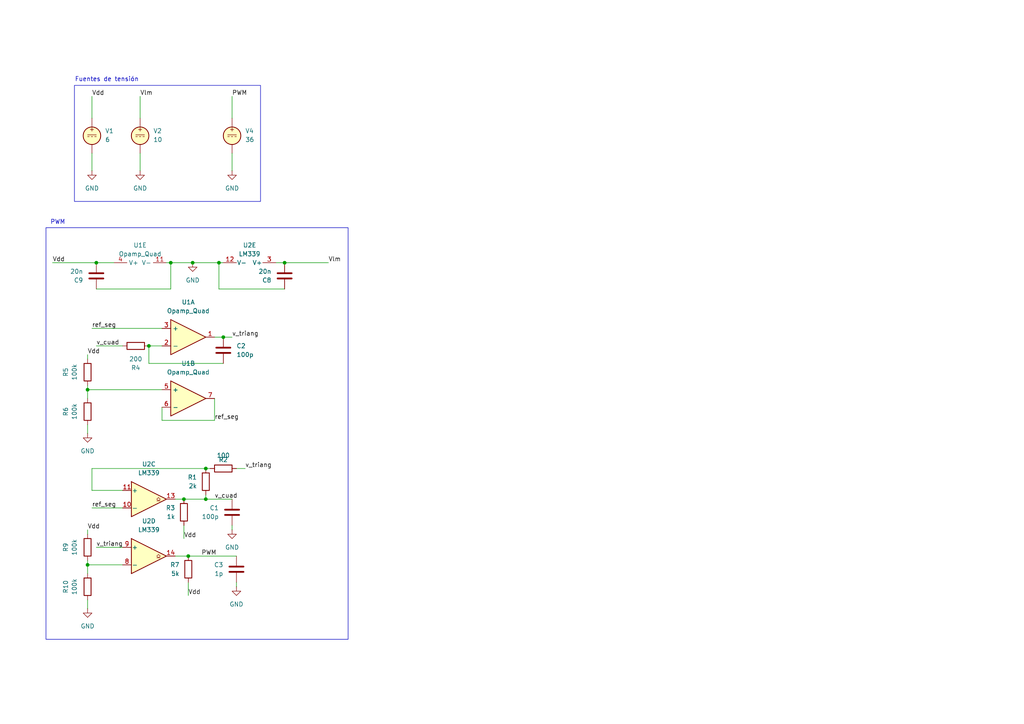
<source format=kicad_sch>
(kicad_sch (version 20231120) (generator "eeschema") (generator_version "8.0")
  (paper "A4")
  (lib_symbols
    (symbol "Comparator:LM339" (pin_names (offset 0.127))
      (property "Reference" "U" (at 0 5.08 0))
      (property "Value" "LM339" (at 0 -5.08 0))
      (symbol "LM339_1_1"
        (polyline (pts (xy -5.08 5.08) (xy 5.08 0) (xy -5.08 -5.08) (xy -5.08 5.08)) (stroke (width 0.254)) (fill (type background)))
        (polyline (pts (xy 3.302 -0.508) (xy 2.794 -0.508) (xy 3.302 0) (xy 2.794 0.508) (xy 2.286 0) (xy 2.794 -0.508) (xy 2.286 -0.508)) (stroke (width 0.127)))
        (pin open_collector line (at 7.62 0 180) (length 2.54) (name "~") (number "2"))
        (pin input line (at -7.62 -2.54 0) (length 2.54) (name "-") (number "4"))
        (pin input line (at -7.62 2.54 0) (length 2.54) (name "+") (number "5"))
      )
      (symbol "LM339_2_1"
        (polyline (pts (xy -5.08 5.08) (xy 5.08 0) (xy -5.08 -5.08) (xy -5.08 5.08)) (stroke (width 0.254)) (fill (type background)))
        (polyline (pts (xy 3.302 -0.508) (xy 2.794 -0.508) (xy 3.302 0) (xy 2.794 0.508) (xy 2.286 0) (xy 2.794 -0.508) (xy 2.286 -0.508)) (stroke (width 0.127)))
        (pin open_collector line (at 7.62 0 180) (length 2.54) (name "~") (number "1"))
        (pin input line (at -7.62 -2.54 0) (length 2.54) (name "-") (number "6"))
        (pin input line (at -7.62 2.54 0) (length 2.54) (name "+") (number "7"))
      )
      (symbol "LM339_3_1"
        (polyline (pts (xy -5.08 5.08) (xy 5.08 0) (xy -5.08 -5.08) (xy -5.08 5.08)) (stroke (width 0.254)) (fill (type background)))
        (polyline (pts (xy 3.302 -0.508) (xy 2.794 -0.508) (xy 3.302 0) (xy 2.794 0.508) (xy 2.286 0) (xy 2.794 -0.508) (xy 2.286 -0.508)) (stroke (width 0.127)))
        (pin input line (at -7.62 -2.54 0) (length 2.54) (name "-") (number "10"))
        (pin input line (at -7.62 2.54 0) (length 2.54) (name "+") (number "11"))
        (pin open_collector line (at 7.62 0 180) (length 2.54) (name "~") (number "13"))
      )
      (symbol "LM339_4_1"
        (polyline (pts (xy -5.08 5.08) (xy 5.08 0) (xy -5.08 -5.08) (xy -5.08 5.08)) (stroke (width 0.254)) (fill (type background)))
        (polyline (pts (xy 3.302 -0.508) (xy 2.794 -0.508) (xy 3.302 0) (xy 2.794 0.508) (xy 2.286 0) (xy 2.794 -0.508) (xy 2.286 -0.508)) (stroke (width 0.127)))
        (pin open_collector line (at 7.62 0 180) (length 2.54) (name "~") (number "14"))
        (pin input line (at -7.62 -2.54 0) (length 2.54) (name "-") (number "8"))
        (pin input line (at -7.62 2.54 0) (length 2.54) (name "+") (number "9"))
      )
      (symbol "LM339_5_1"
        (pin power_in line (at -2.54 -7.62 90) (length 3.81) (name "V-") (number "12"))
        (pin power_in line (at -2.54 7.62 270) (length 3.81) (name "V+") (number "3"))
      )
    )
    (symbol "Device:C" (pin_numbers hide) (pin_names (offset 0.254))
      (property "Reference" "C" (at 0.635 2.54 0))
      (property "Value" "C" (at 0.635 -2.54 0))
      (symbol "C_0_1"
        (polyline (pts (xy -2.032 -0.762) (xy 2.032 -0.762)) (stroke (width 0.508)))
        (polyline (pts (xy -2.032 0.762) (xy 2.032 0.762)) (stroke (width 0.508)))
      )
      (symbol "C_1_1"
        (pin passive line (at 0 3.81 270) (length 2.794) (name "~") (number "1"))
        (pin passive line (at 0 -3.81 90) (length 2.794) (name "~") (number "2"))
      )
    )
    (symbol "Device:Opamp_Quad"
      (property "Reference" "U" (at 0 5.08 0))
      (property "Value" "Opamp_Quad" (at 0 -5.08 0))
      (symbol "Opamp_Quad_1_1"
        (polyline (pts (xy -5.08 5.08) (xy 5.08 0) (xy -5.08 -5.08) (xy -5.08 5.08)) (stroke (width 0.254)) (fill (type background)))
        (pin output line (at 7.62 0 180) (length 2.54) (name "~") (number "1"))
        (pin input line (at -7.62 -2.54 0) (length 2.54) (name "-") (number "2"))
        (pin input line (at -7.62 2.54 0) (length 2.54) (name "+") (number "3"))
      )
      (symbol "Opamp_Quad_2_1"
        (polyline (pts (xy -5.08 5.08) (xy 5.08 0) (xy -5.08 -5.08) (xy -5.08 5.08)) (stroke (width 0.254)) (fill (type background)))
        (pin input line (at -7.62 2.54 0) (length 2.54) (name "+") (number "5"))
        (pin input line (at -7.62 -2.54 0) (length 2.54) (name "-") (number "6"))
        (pin output line (at 7.62 0 180) (length 2.54) (name "~") (number "7"))
      )
      (symbol "Opamp_Quad_3_1"
        (polyline (pts (xy -5.08 5.08) (xy 5.08 0) (xy -5.08 -5.08) (xy -5.08 5.08)) (stroke (width 0.254)) (fill (type background)))
        (pin input line (at -7.62 2.54 0) (length 2.54) (name "+") (number "10"))
        (pin output line (at 7.62 0 180) (length 2.54) (name "~") (number "8"))
        (pin input line (at -7.62 -2.54 0) (length 2.54) (name "-") (number "9"))
      )
      (symbol "Opamp_Quad_4_1"
        (polyline (pts (xy -5.08 5.08) (xy 5.08 0) (xy -5.08 -5.08) (xy -5.08 5.08)) (stroke (width 0.254)) (fill (type background)))
        (pin input line (at -7.62 2.54 0) (length 2.54) (name "+") (number "12"))
        (pin input line (at -7.62 -2.54 0) (length 2.54) (name "-") (number "13"))
        (pin output line (at 7.62 0 180) (length 2.54) (name "~") (number "14"))
      )
      (symbol "Opamp_Quad_5_1"
        (pin power_in line (at -2.54 -7.62 90) (length 3.81) (name "V-") (number "11"))
        (pin power_in line (at -2.54 7.62 270) (length 3.81) (name "V+") (number "4"))
      )
    )
    (symbol "Device:R" (pin_numbers hide) (pin_names (offset 0))
      (property "Reference" "R" (at 2.032 0 90))
      (property "Value" "R" (at 0 0 90))
      (symbol "R_0_1"
        (rectangle (start -1.016 -2.54) (end 1.016 2.54) (stroke (width 0.254)))
      )
      (symbol "R_1_1"
        (pin passive line (at 0 3.81 270) (length 1.27) (name "~") (number "1"))
        (pin passive line (at 0 -3.81 90) (length 1.27) (name "~") (number "2"))
      )
    )
    (symbol "Simulation_SPICE:VDC" (pin_numbers hide) (pin_names (offset 0.0254))
      (property "Reference" "V" (at 2.54 2.54 0))
      (property "Value" "1" (at 2.54 0 0))
      (symbol "VDC_0_0"
        (polyline (pts (xy -1.27 0.254) (xy 1.27 0.254)))
        (polyline (pts (xy -0.762 -0.254) (xy -1.27 -0.254)))
        (polyline (pts (xy 0.254 -0.254) (xy -0.254 -0.254)))
        (polyline (pts (xy 1.27 -0.254) (xy 0.762 -0.254)))
        (text "+" (at 0 1.905 0) (effects (font (size 1.27 1.27))))
      )
      (symbol "VDC_0_1"
        (circle (center 0 0) (radius 2.54) (stroke (width 0.254)) (fill (type background)))
      )
      (symbol "VDC_1_1"
        (pin passive line (at 0 5.08 270) (length 2.54) (name "~") (number "1"))
        (pin passive line (at 0 -5.08 90) (length 2.54) (name "~") (number "2"))
      )
    )
    (symbol "power:GND" (power) (pin_numbers hide) (pin_names (offset 0) hide)
      (property "Value" "GND" (at 0 -3.81 0))
      (symbol "GND_0_1"
        (polyline (pts (xy 0 0) (xy 0 -1.27) (xy 1.27 -1.27) (xy 0 -2.54) (xy -1.27 -1.27) (xy 0 -1.27)))
      )
      (symbol "GND_1_1"
        (pin power_in line (at 0 0 270) (length 0) (name "~") (number "1"))
      )
    )
  )
  (junction (at 25.4 113.03))
  (junction (at 82.55 76.2))
  (junction (at 59.69 144.78))
  (junction (at 53.34 144.78))
  (junction (at 54.61 161.29))
  (junction (at 64.77 97.79))
  (junction (at 59.69 135.89))
  (junction (at 55.88 76.2))
  (junction (at 25.4 163.83))
  (junction (at 43.18 100.33))
  (junction (at 27.94 76.2))
  (junction (at 63.5 76.2))
  (junction (at 49.53 76.2))
  (no_connect (at 133.35 -29.21))
  (no_connect (at 158.75 -29.21))
  (no_connect (at 158.75 -34.29))
  (no_connect (at 118.11 -15.24))
  (no_connect (at 173.99 -31.75))
  (no_connect (at 158.75 -12.7))
  (no_connect (at 118.11 -10.16))
  (no_connect (at 173.99 -15.24))
  (no_connect (at 118.11 -26.67))
  (no_connect (at 158.75 -17.78))
  (no_connect (at 133.35 -12.7))
  (no_connect (at 118.11 -31.75))
  (wire (pts (xy 40.64 27.94) (xy 40.64 34.29)))
  (wire (pts (xy 26.67 44.45) (xy 26.67 49.53)))
  (wire (pts (xy 67.31 27.94) (xy 67.31 34.29)))
  (wire (pts (xy 25.4 111.76) (xy 25.4 113.03)))
  (wire (pts (xy 67.31 152.4) (xy 67.31 153.67)))
  (wire (pts (xy 46.99 121.92) (xy 62.23 121.92)))
  (wire (pts (xy 54.61 161.29) (xy 68.58 161.29)))
  (wire (pts (xy 27.94 100.33) (xy 35.56 100.33)))
  (wire (pts (xy 25.4 162.56) (xy 25.4 163.83)))
  (wire (pts (xy 40.64 44.45) (xy 40.64 49.53)))
  (wire (pts (xy 49.53 76.2) (xy 49.53 83.82)))
  (wire (pts (xy 27.94 76.2) (xy 33.02 76.2)))
  (wire (pts (xy 53.34 144.78) (xy 59.69 144.78)))
  (wire (pts (xy 59.69 143.51) (xy 59.69 144.78)))
  (wire (pts (xy 49.53 76.2) (xy 55.88 76.2)))
  (wire (pts (xy 25.4 163.83) (xy 35.56 163.83)))
  (wire (pts (xy 25.4 102.87) (xy 25.4 104.14)))
  (wire (pts (xy 82.55 76.2) (xy 95.25 76.2)))
  (wire (pts (xy 15.24 76.2) (xy 27.94 76.2)))
  (wire (pts (xy 63.5 83.82) (xy 63.5 76.2)))
  (wire (pts (xy 55.88 76.2) (xy 63.5 76.2)))
  (wire (pts (xy 43.18 100.33) (xy 46.99 100.33)))
  (wire (pts (xy 43.18 105.41) (xy 43.18 100.33)))
  (wire (pts (xy 68.58 168.91) (xy 68.58 170.18)))
  (wire (pts (xy 26.67 142.24) (xy 26.67 135.89)))
  (wire (pts (xy 25.4 113.03) (xy 46.99 113.03)))
  (wire (pts (xy 64.77 97.79) (xy 67.31 97.79)))
  (wire (pts (xy 26.67 142.24) (xy 35.56 142.24)))
  (wire (pts (xy 63.5 76.2) (xy 64.77 76.2)))
  (wire (pts (xy 26.67 95.25) (xy 46.99 95.25)))
  (wire (pts (xy 27.94 83.82) (xy 49.53 83.82)))
  (wire (pts (xy 80.01 76.2) (xy 82.55 76.2)))
  (wire (pts (xy 25.4 123.19) (xy 25.4 125.73)))
  (wire (pts (xy 53.34 152.4) (xy 53.34 156.21)))
  (wire (pts (xy 82.55 83.82) (xy 63.5 83.82)))
  (wire (pts (xy 25.4 173.99) (xy 25.4 176.53)))
  (wire (pts (xy 50.8 161.29) (xy 54.61 161.29)))
  (wire (pts (xy 68.58 135.89) (xy 71.12 135.89)))
  (wire (pts (xy 25.4 153.67) (xy 25.4 154.94)))
  (wire (pts (xy 27.94 158.75) (xy 35.56 158.75)))
  (wire (pts (xy 54.61 168.91) (xy 54.61 172.72)))
  (wire (pts (xy 62.23 97.79) (xy 64.77 97.79)))
  (wire (pts (xy 26.67 27.94) (xy 26.67 34.29)))
  (wire (pts (xy 50.8 144.78) (xy 53.34 144.78)))
  (wire (pts (xy 59.69 144.78) (xy 67.31 144.78)))
  (wire (pts (xy 59.69 135.89) (xy 60.96 135.89)))
  (wire (pts (xy 25.4 113.03) (xy 25.4 115.57)))
  (wire (pts (xy 67.31 44.45) (xy 67.31 49.53)))
  (wire (pts (xy 62.23 121.92) (xy 62.23 115.57)))
  (wire (pts (xy 26.67 147.32) (xy 35.56 147.32)))
  (wire (pts (xy 26.67 135.89) (xy 59.69 135.89)))
  (wire (pts (xy 64.77 105.41) (xy 43.18 105.41)))
  (wire (pts (xy 46.99 118.11) (xy 46.99 121.92)))
  (wire (pts (xy 25.4 163.83) (xy 25.4 166.37)))
  (wire (pts (xy 48.26 76.2) (xy 49.53 76.2)))
  (rectangle (start 21.59 24.765) (end 75.565 58.42))
  (rectangle (start 13.335 66.04) (end 100.965 185.42))
  (text "PWM" (at 16.764 64.516 0) (effects (font (size 1.27 1.27))))
  (text "Fuentes de tensión" (at 30.988 23.114 0) (effects (font (size 1.27 1.27))))
  (label "v_triang" (at 71.12 135.89 0))
  (label "Vdd" (at 54.61 172.72 0))
  (label "Vlm" (at 95.25 76.2 0))
  (label "Vdd" (at 25.4 102.87 0))
  (label "ref_seg" (at 62.23 121.92 0))
  (label "Vdd" (at 15.24 76.2 0))
  (label "v_triang" (at 67.31 97.79 0))
  (label "ref_seg" (at 26.67 147.32 0))
  (label "Vdd" (at 25.4 153.67 0))
  (label "ref_seg" (at 26.67 95.25 0))
  (label "PWM" (at 58.42 161.29 0))
  (label "Vdd" (at 53.34 156.21 0))
  (label "v_cuad" (at 27.94 100.33 0))
  (label "Vdd" (at 26.67 27.94 0))
  (label "PWM" (at 67.31 27.94 0))
  (label "Vlm" (at 40.64 27.94 0))
  (label "v_triang" (at 27.94 158.75 0))
  (label "v_cuad" (at 62.23 144.78 0))
  (symbol (lib_id "power:GND") (at 25.4 125.73 0) (unit 1)
    (property "Reference" "#PWR03" (effects (hide yes)))
    (property "Value" "GND" (at 25.4 130.81 0))
    (property "Description" "Power symbol creates a global label with name \"GND\" , ground" (effects (hide yes)))
  )
  (symbol (lib_id "Simulation_SPICE:VDC") (at 40.64 39.37 0) (unit 1)
    (property "Reference" "V2" (at 44.45 37.9701 0) (effects (justify left)))
    (property "Value" "10" (at 44.45 40.5101 0) (effects (justify left)))
    (property "Footprint" "Connector_PinHeader_2.54mm:PinHeader_2x01_P2.54mm_Vertical" (effects (hide yes)))
    (property "Datasheet" "https://ngspice.sourceforge.io/docs/ngspice-html-manual/manual.xhtml#sec_Independent_Sources_for" (effects (hide yes)))
    (property "Description" "Voltage source, DC" (effects (hide yes)))
    (property "Sim.Pins" "1=+ 2=-" (effects (hide yes)))
    (property "Sim.Type" "DC" (effects (hide yes)))
    (property "Sim.Device" "V" (effects (hide yes)))
  )
  (symbol (lib_id "Comparator:LM339") (at 43.18 144.78 0) (unit 3)
    (property "Reference" "U2" (at 43.18 134.62 0))
    (property "Value" "LM339" (at 43.18 137.16 0))
    (property "Footprint" "Package_DIP:DIP-14_W10.16mm_LongPads" (effects (hide yes)))
    (property "Datasheet" "https://www.st.com/resource/en/datasheet/lm139.pdf" (effects (hide yes)))
    (property "Description" "Quad Differential Comparators, SOIC-14/TSSOP-14" (effects (hide yes)))
  )
  (symbol (lib_id "Device:R") (at 53.34 148.59 0) (mirror y) (unit 1)
    (property "Reference" "R3" (at 50.8 147.3199 0) (effects (justify left)))
    (property "Value" "1k" (at 50.8 149.8599 0) (effects (justify left)))
    (property "Footprint" "Resistor_SMD:R_2512_6332Metric_Pad1.40x3.35mm_HandSolder" (effects (hide yes)))
    (property "Description" "Resistor" (effects (hide yes)))
  )
  (symbol (lib_id "power:GND") (at 67.31 49.53 0) (unit 1)
    (property "Reference" "#PWR012" (effects (hide yes)))
    (property "Value" "GND" (at 67.31 54.61 0))
    (property "Description" "Power symbol creates a global label with name \"GND\" , ground" (effects (hide yes)))
  )
  (symbol (lib_id "Comparator:LM339") (at 72.39 78.74 270) (unit 5)
    (property "Reference" "U2" (at 72.39 71.12 90))
    (property "Value" "LM339" (at 72.39 73.66 90))
    (property "Footprint" "Package_DIP:DIP-14_W10.16mm_LongPads" (effects (hide yes)))
    (property "Datasheet" "https://www.st.com/resource/en/datasheet/lm139.pdf" (effects (hide yes)))
    (property "Description" "Quad Differential Comparators, SOIC-14/TSSOP-14" (effects (hide yes)))
  )
  (symbol (lib_id "power:GND") (at 67.31 153.67 0) (unit 1)
    (property "Reference" "#PWR01" (effects (hide yes)))
    (property "Value" "GND" (at 67.31 158.75 0))
    (property "Description" "Power symbol creates a global label with name \"GND\" , ground" (effects (hide yes)))
  )
  (symbol (lib_id "Comparator:LM339") (at 166.37 -31.75 0) (unit 1)
    (property "Reference" "U2" (at 166.37 -41.91 0))
    (property "Value" "LM339" (at 166.37 -39.37 0))
    (property "Footprint" "Package_DIP:DIP-14_W10.16mm_LongPads" (effects (hide yes)))
    (property "Datasheet" "https://www.st.com/resource/en/datasheet/lm139.pdf" (effects (hide yes)))
    (property "Description" "Quad Differential Comparators, SOIC-14/TSSOP-14" (effects (hide yes)))
  )
  (symbol (lib_id "Device:Opamp_Quad") (at 40.64 73.66 90) (unit 5)
    (property "Reference" "U1" (at 40.64 71.12 90))
    (property "Value" "Opamp_Quad" (at 40.64 73.66 90))
    (property "Footprint" "Package_DIP:DIP-14_W10.16mm_LongPads" (effects (hide yes)))
    (property "Description" "Quad operational amplifier" (effects (hide yes)))
    (property "Sim.Library" "${KICAD7_SYMBOL_DIR}/Simulation_SPICE.sp" (effects (hide yes)))
    (property "Sim.Name" "kicad_builtin_opamp_quad" (effects (hide yes)))
    (property "Sim.Device" "SUBCKT" (effects (hide yes)))
    (property "Sim.Pins" "1=out1 2=in1- 3=in1+ 4=vcc 5=in2+ 6=in2- 7=out2 8=out3 9=in3- 10=in3+ 11=vee 12=in4+ 13=in4- 14=out4" (effects (hide yes)))
  )
  (symbol (lib_id "Device:R") (at 54.61 165.1 0) (mirror y) (unit 1)
    (property "Reference" "R7" (at 52.07 163.8299 0) (effects (justify left)))
    (property "Value" "5k" (at 52.07 166.3699 0) (effects (justify left)))
    (property "Footprint" "Resistor_SMD:R_2512_6332Metric_Pad1.40x3.35mm_HandSolder" (effects (hide yes)))
    (property "Description" "Resistor" (effects (hide yes)))
  )
  (symbol (lib_id "Device:Opamp_Quad") (at 54.61 115.57 0) (unit 2)
    (property "Reference" "U1" (at 54.61 105.41 0))
    (property "Value" "Opamp_Quad" (at 54.61 107.95 0))
    (property "Footprint" "Package_DIP:DIP-14_W10.16mm_LongPads" (effects (hide yes)))
    (property "Description" "Quad operational amplifier" (effects (hide yes)))
    (property "Sim.Library" "${KICAD7_SYMBOL_DIR}/Simulation_SPICE.sp" (effects (hide yes)))
    (property "Sim.Name" "kicad_builtin_opamp_quad" (effects (hide yes)))
    (property "Sim.Device" "SUBCKT" (effects (hide yes)))
    (property "Sim.Pins" "1=out1 2=in1- 3=in1+ 4=vcc 5=in2+ 6=in2- 7=out2 8=out3 9=in3- 10=in3+ 11=vee 12=in4+ 13=in4- 14=out4" (effects (hide yes)))
  )
  (symbol (lib_id "power:GND") (at 40.64 49.53 0) (unit 1)
    (property "Reference" "#PWR06" (effects (hide yes)))
    (property "Value" "GND" (at 40.64 54.61 0))
    (property "Description" "Power symbol creates a global label with name \"GND\" , ground" (effects (hide yes)))
  )
  (symbol (lib_id "Device:R") (at 59.69 139.7 0) (mirror y) (unit 1)
    (property "Reference" "R1" (at 57.15 138.4299 0) (effects (justify left)))
    (property "Value" "2k" (at 57.15 140.9699 0) (effects (justify left)))
    (property "Footprint" "Resistor_SMD:R_2512_6332Metric_Pad1.40x3.35mm_HandSolder" (effects (hide yes)))
    (property "Description" "Resistor" (effects (hide yes)))
  )
  (symbol (lib_id "power:GND") (at 68.58 170.18 0) (unit 1)
    (property "Reference" "#PWR04" (effects (hide yes)))
    (property "Value" "GND" (at 68.58 175.26 0))
    (property "Description" "Power symbol creates a global label with name \"GND\" , ground" (effects (hide yes)))
  )
  (symbol (lib_id "Device:R") (at 39.37 100.33 90) (mirror x) (unit 1)
    (property "Reference" "R4" (at 39.37 106.68 90))
    (property "Value" "200" (at 39.37 104.14 90))
    (property "Footprint" "Resistor_SMD:R_2512_6332Metric_Pad1.40x3.35mm_HandSolder" (effects (hide yes)))
    (property "Description" "Resistor" (effects (hide yes)))
  )
  (symbol (lib_id "Simulation_SPICE:VDC") (at 26.67 39.37 0) (unit 1)
    (property "Reference" "V1" (at 30.48 37.9701 0) (effects (justify left)))
    (property "Value" "6" (at 30.48 40.5101 0) (effects (justify left)))
    (property "Footprint" "Connector_PinHeader_2.54mm:PinHeader_2x01_P2.54mm_Vertical" (effects (hide yes)))
    (property "Datasheet" "https://ngspice.sourceforge.io/docs/ngspice-html-manual/manual.xhtml#sec_Independent_Sources_for" (effects (hide yes)))
    (property "Description" "Voltage source, DC" (effects (hide yes)))
    (property "Sim.Pins" "1=+ 2=-" (effects (hide yes)))
    (property "Sim.Type" "DC" (effects (hide yes)))
    (property "Sim.Device" "V" (effects (hide yes)))
  )
  (symbol (lib_id "Comparator:LM339") (at 43.18 161.29 0) (unit 4)
    (property "Reference" "U2" (at 43.18 151.13 0))
    (property "Value" "LM339" (at 43.18 153.67 0))
    (property "Footprint" "Package_DIP:DIP-14_W10.16mm_LongPads" (effects (hide yes)))
    (property "Datasheet" "https://www.st.com/resource/en/datasheet/lm139.pdf" (effects (hide yes)))
    (property "Description" "Quad Differential Comparators, SOIC-14/TSSOP-14" (effects (hide yes)))
  )
  (symbol (lib_id "power:GND") (at 25.4 176.53 0) (unit 1)
    (property "Reference" "#PWR010" (effects (hide yes)))
    (property "Value" "GND" (at 25.4 181.61 0))
    (property "Description" "Power symbol creates a global label with name \"GND\" , ground" (effects (hide yes)))
  )
  (symbol (lib_id "Device:Opamp_Quad") (at 125.73 -29.21 0) (unit 3)
    (property "Reference" "U1" (at 125.73 -39.37 0))
    (property "Value" "Opamp_Quad" (at 125.73 -36.83 0))
    (property "Footprint" "Package_DIP:DIP-14_W10.16mm_LongPads" (effects (hide yes)))
    (property "Description" "Quad operational amplifier" (effects (hide yes)))
    (property "Sim.Library" "${KICAD7_SYMBOL_DIR}/Simulation_SPICE.sp" (effects (hide yes)))
    (property "Sim.Name" "kicad_builtin_opamp_quad" (effects (hide yes)))
    (property "Sim.Device" "SUBCKT" (effects (hide yes)))
    (property "Sim.Pins" "1=out1 2=in1- 3=in1+ 4=vcc 5=in2+ 6=in2- 7=out2 8=out3 9=in3- 10=in3+ 11=vee 12=in4+ 13=in4- 14=out4" (effects (hide yes)))
  )
  (symbol (lib_id "Device:C") (at 64.77 101.6 0) (unit 1)
    (property "Reference" "C2" (at 68.58 100.3299 0) (effects (justify left)))
    (property "Value" "100p" (at 68.58 102.8699 0) (effects (justify left)))
    (property "Footprint" "Capacitor_SMD:C_2225_5664Metric_Pad1.80x6.60mm_HandSolder" (effects (hide yes)))
    (property "Description" "Unpolarized capacitor" (effects (hide yes)))
  )
  (symbol (lib_id "Device:C") (at 82.55 80.01 180) (unit 1)
    (property "Reference" "C8" (at 78.74 81.2801 0) (effects (justify left)))
    (property "Value" "20n" (at 78.74 78.7401 0) (effects (justify left)))
    (property "Footprint" "Capacitor_SMD:C_2225_5664Metric_Pad1.80x6.60mm_HandSolder" (effects (hide yes)))
    (property "Description" "Unpolarized capacitor" (effects (hide yes)))
  )
  (symbol (lib_id "Device:C") (at 67.31 148.59 0) (mirror y) (unit 1)
    (property "Reference" "C1" (at 63.5 147.3199 0) (effects (justify left)))
    (property "Value" "100p" (at 63.5 149.8599 0) (effects (justify left)))
    (property "Footprint" "Capacitor_SMD:C_2225_5664Metric_Pad1.80x6.60mm_HandSolder" (effects (hide yes)))
    (property "Description" "Unpolarized capacitor" (effects (hide yes)))
  )
  (symbol (lib_id "Device:R") (at 25.4 107.95 0) (mirror y) (unit 1)
    (property "Reference" "R5" (at 19.05 107.95 90))
    (property "Value" "100k" (at 21.59 107.95 90))
    (property "Footprint" "Resistor_SMD:R_2512_6332Metric_Pad1.40x3.35mm_HandSolder" (effects (hide yes)))
    (property "Description" "Resistor" (effects (hide yes)))
  )
  (symbol (lib_id "Device:R") (at 64.77 135.89 90) (unit 1)
    (property "Reference" "R2" (at 64.77 133.35 90))
    (property "Value" "100" (at 64.77 132.08 90))
    (property "Footprint" "Resistor_SMD:R_2512_6332Metric_Pad1.40x3.35mm_HandSolder" (effects (hide yes)))
    (property "Description" "Resistor" (effects (hide yes)))
  )
  (symbol (lib_id "Device:Opamp_Quad") (at 125.73 -12.7 0) (unit 4)
    (property "Reference" "U1" (at 125.73 -22.86 0))
    (property "Value" "Opamp_Quad" (at 125.73 -20.32 0))
    (property "Footprint" "Package_DIP:DIP-14_W10.16mm_LongPads" (effects (hide yes)))
    (property "Description" "Quad operational amplifier" (effects (hide yes)))
    (property "Sim.Library" "${KICAD7_SYMBOL_DIR}/Simulation_SPICE.sp" (effects (hide yes)))
    (property "Sim.Name" "kicad_builtin_opamp_quad" (effects (hide yes)))
    (property "Sim.Device" "SUBCKT" (effects (hide yes)))
    (property "Sim.Pins" "1=out1 2=in1- 3=in1+ 4=vcc 5=in2+ 6=in2- 7=out2 8=out3 9=in3- 10=in3+ 11=vee 12=in4+ 13=in4- 14=out4" (effects (hide yes)))
  )
  (symbol (lib_id "Device:Opamp_Quad") (at 54.61 97.79 0) (unit 1)
    (property "Reference" "U1" (at 54.61 87.63 0))
    (property "Value" "Opamp_Quad" (at 54.61 90.17 0))
    (property "Footprint" "Package_DIP:DIP-14_W10.16mm_LongPads" (effects (hide yes)))
    (property "Description" "Quad operational amplifier" (effects (hide yes)))
    (property "Sim.Library" "${KICAD7_SYMBOL_DIR}/Simulation_SPICE.sp" (effects (hide yes)))
    (property "Sim.Name" "kicad_builtin_opamp_quad" (effects (hide yes)))
    (property "Sim.Device" "SUBCKT" (effects (hide yes)))
    (property "Sim.Pins" "1=out1 2=in1- 3=in1+ 4=vcc 5=in2+ 6=in2- 7=out2 8=out3 9=in3- 10=in3+ 11=vee 12=in4+ 13=in4- 14=out4" (effects (hide yes)))
  )
  (symbol (lib_id "Device:C") (at 68.58 165.1 0) (mirror y) (unit 1)
    (property "Reference" "C3" (at 64.77 163.8299 0) (effects (justify left)))
    (property "Value" "1p" (at 64.77 166.3699 0) (effects (justify left)))
    (property "Footprint" "Capacitor_SMD:C_2225_5664Metric_Pad1.80x6.60mm_HandSolder" (effects (hide yes)))
    (property "Description" "Unpolarized capacitor" (effects (hide yes)))
  )
  (symbol (lib_id "Comparator:LM339") (at 166.37 -15.24 0) (unit 2)
    (property "Reference" "U2" (at 166.37 -25.4 0))
    (property "Value" "LM339" (at 166.37 -22.86 0))
    (property "Footprint" "Package_DIP:DIP-14_W10.16mm_LongPads" (effects (hide yes)))
    (property "Datasheet" "https://www.st.com/resource/en/datasheet/lm139.pdf" (effects (hide yes)))
    (property "Description" "Quad Differential Comparators, SOIC-14/TSSOP-14" (effects (hide yes)))
  )
  (symbol (lib_id "Device:C") (at 27.94 80.01 180) (unit 1)
    (property "Reference" "C9" (at 24.13 81.2801 0) (effects (justify left)))
    (property "Value" "20n" (at 24.13 78.7401 0) (effects (justify left)))
    (property "Footprint" "Capacitor_SMD:C_2225_5664Metric_Pad1.80x6.60mm_HandSolder" (effects (hide yes)))
    (property "Description" "Unpolarized capacitor" (effects (hide yes)))
  )
  (symbol (lib_id "power:GND") (at 26.67 49.53 0) (unit 1)
    (property "Reference" "#PWR05" (effects (hide yes)))
    (property "Value" "GND" (at 26.67 54.61 0))
    (property "Description" "Power symbol creates a global label with name \"GND\" , ground" (effects (hide yes)))
  )
  (symbol (lib_id "Device:R") (at 25.4 158.75 0) (mirror y) (unit 1)
    (property "Reference" "R9" (at 19.05 158.75 90))
    (property "Value" "100k" (at 21.59 158.75 90))
    (property "Footprint" "Resistor_SMD:R_2512_6332Metric_Pad1.40x3.35mm_HandSolder" (effects (hide yes)))
    (property "Description" "Resistor" (effects (hide yes)))
  )
  (symbol (lib_id "Simulation_SPICE:VDC") (at 67.31 39.37 0) (unit 1)
    (property "Reference" "V4" (at 71.12 37.9701 0) (effects (justify left)))
    (property "Value" "36" (at 71.12 40.5101 0) (effects (justify left)))
    (property "Footprint" "Connector_PinHeader_2.54mm:PinHeader_2x01_P2.54mm_Vertical" (effects (hide yes)))
    (property "Datasheet" "https://ngspice.sourceforge.io/docs/ngspice-html-manual/manual.xhtml#sec_Independent_Sources_for" (effects (hide yes)))
    (property "Description" "Voltage source, DC" (effects (hide yes)))
    (property "Sim.Pins" "1=+ 2=-" (effects (hide yes)))
    (property "Sim.Type" "DC" (effects (hide yes)))
    (property "Sim.Device" "V" (effects (hide yes)))
  )
  (symbol (lib_id "Device:R") (at 25.4 170.18 0) (mirror y) (unit 1)
    (property "Reference" "R10" (at 19.05 170.18 90))
    (property "Value" "100k" (at 21.59 170.18 90))
    (property "Footprint" "Resistor_SMD:R_2512_6332Metric_Pad1.40x3.35mm_HandSolder" (effects (hide yes)))
    (property "Description" "Resistor" (effects (hide yes)))
  )
  (symbol (lib_id "Device:R") (at 25.4 119.38 0) (mirror y) (unit 1)
    (property "Reference" "R6" (at 19.05 119.38 90))
    (property "Value" "100k" (at 21.59 119.38 90))
    (property "Footprint" "Resistor_SMD:R_2512_6332Metric_Pad1.40x3.35mm_HandSolder" (effects (hide yes)))
    (property "Description" "Resistor" (effects (hide yes)))
  )
  (symbol (lib_id "power:GND") (at 55.88 76.2 0) (unit 1)
    (property "Reference" "#PWR02" (effects (hide yes)))
    (property "Value" "GND" (at 55.88 81.28 0))
    (property "Description" "Power symbol creates a global label with name \"GND\" , ground" (effects (hide yes)))
  )
)
</source>
